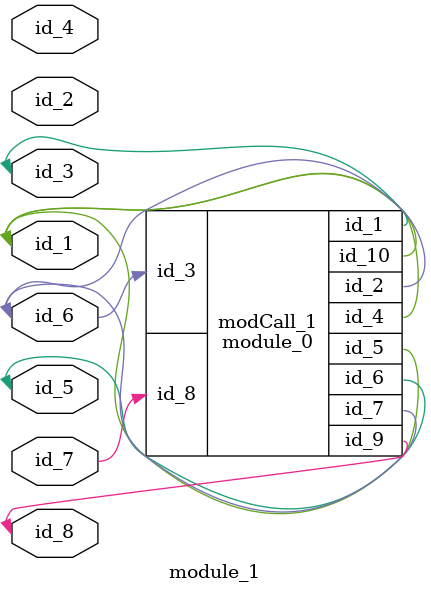
<source format=v>
module module_0 (
    id_1,
    id_2,
    id_3,
    id_4,
    id_5,
    id_6,
    id_7,
    id_8,
    id_9,
    id_10
);
  output wire id_10;
  output wire id_9;
  input wire id_8;
  output wire id_7;
  inout wire id_6;
  inout wire id_5;
  inout wire id_4;
  input wire id_3;
  inout wire id_2;
  output wire id_1;
  assign id_2 = 1;
endmodule
module module_1 (
    id_1,
    id_2,
    id_3,
    id_4,
    id_5,
    id_6,
    id_7,
    id_8
);
  inout wire id_8;
  input wire id_7;
  inout wire id_6;
  inout wire id_5;
  input wire id_4;
  inout wire id_3;
  inout wire id_2;
  inout wire id_1;
  module_0 modCall_1 (
      id_3,
      id_6,
      id_6,
      id_1,
      id_1,
      id_5,
      id_6,
      id_7,
      id_8,
      id_1
  );
  wire id_9;
endmodule

</source>
